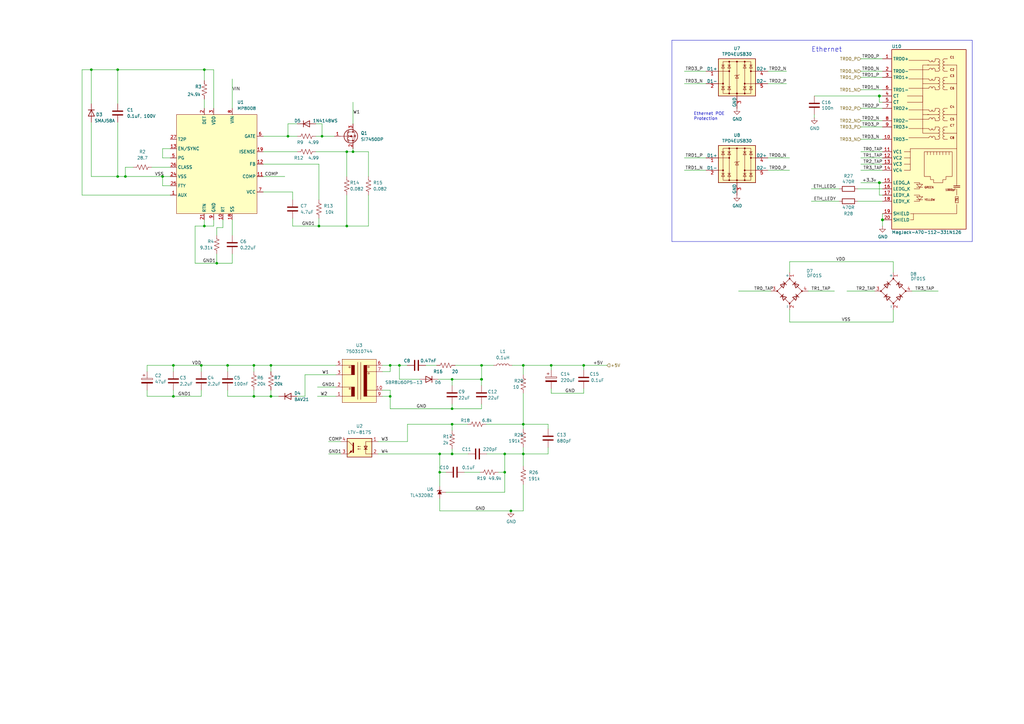
<source format=kicad_sch>
(kicad_sch (version 20211123) (generator eeschema)
  (paper "A3")
  (lib_symbols
    (symbol "CM4IO:MagJack-A70-112-331N126"
      (property "Reference" "U" (at 0 0 0))
      (property "Value" "MagJack-A70-112-331N126" (at 0 0 0))
      (symbol "MagJack-A70-112-331N126_1_1"
        (text "1000pF" (at 6.35 17.399 0) (effects (font (size 0.762 0.762))))
        (text "75" (at 8.89 13.335 900) (effects (font (size 0.762 0.762))))
        (text "C1" (at 6.985 71.755 0) (effects (font (size 0.889 0.889))))
        (text "C2" (at 6.985 66.675 0) (effects (font (size 0.889 0.889))))
        (text "C3" (at 6.985 64.135 0) (effects (font (size 0.889 0.889))))
        (text "C4" (at 6.985 51.435 0) (effects (font (size 0.889 0.889))))
        (text "C5" (at 6.985 46.355 0) (effects (font (size 0.889 0.889))))
        (text "C6" (at 6.985 59.055 0) (effects (font (size 0.889 0.889))))
        (text "C7" (at 6.985 43.815 0) (effects (font (size 0.889 0.889))))
        (text "C8" (at 6.985 38.735 0) (effects (font (size 0.889 0.889))))
        (text "GREEN" (at -4.445 18.415 0) (effects (font (size 0.762 0.762)) (justify left)))
        (text "YELLOW" (at -4.445 13.335 0) (effects (font (size 0.762 0.762)) (justify left)))
        (pin passive line (at -21.59 71.12 0) (length 3.81) (name "TRD0+") (number "1"))
        (pin passive line (at -21.59 38.1 0) (length 3.81) (name "TRD3-") (number "10"))
        (pin passive line (at -21.59 33.02 0) (length 3.81) (name "VC1") (number "11"))
        (pin passive line (at -21.59 30.48 0) (length 3.81) (name "VC2") (number "12"))
        (pin passive line (at -21.59 27.94 0) (length 3.81) (name "VC3") (number "13"))
        (pin passive line (at -21.59 25.4 0) (length 3.81) (name "VC4") (number "14"))
        (pin passive line (at -21.59 20.32 0) (length 3.81) (name "LEDG_A") (number "15"))
        (pin passive line (at -21.59 17.78 0) (length 3.81) (name "LEDG_K") (number "16"))
        (pin passive line (at -21.59 15.24 0) (length 3.81) (name "LEDY_A") (number "17"))
        (pin passive line (at -21.59 12.7 0) (length 3.81) (name "LEDY_K") (number "18"))
        (pin passive line (at -21.59 7.62 0) (length 3.81) (name "SHIELD") (number "19"))
        (pin passive line (at -21.59 66.04 0) (length 3.81) (name "TRD0-") (number "2"))
        (pin passive line (at -21.59 5.08 0) (length 3.81) (name "SHIELD") (number "20"))
        (pin passive line (at -21.59 63.5 0) (length 3.81) (name "TRD1+") (number "3"))
        (pin passive line (at -21.59 55.88 0) (length 3.81) (name "CT") (number "4"))
        (pin passive line (at -21.59 53.34 0) (length 3.81) (name "CT") (number "5"))
        (pin passive line (at -21.59 58.42 0) (length 3.81) (name "TRD1-") (number "6"))
        (pin passive line (at -21.59 50.8 0) (length 3.81) (name "TRD2+") (number "7"))
        (pin passive line (at -21.59 45.72 0) (length 3.81) (name "TRD2-") (number "8"))
        (pin passive line (at -21.59 43.18 0) (length 3.81) (name "TRD3+") (number "9"))
      )
    )
    (symbol "CM4IO:TPD4EUSB30" (pin_names (offset 0))
      (property "Reference" "U" (at -0.635 8.89 0))
      (property "Value" "TPD4EUSB30" (at 8.89 -10.16 0))
      (symbol "TPD4EUSB30_1_1"
        (pin passive line (at -12.7 2.54 0) (length 5.08) (name "D1+") (number "1"))
        (pin passive line (at -12.7 2.54 0) (length 5.08) hide (name "~") (number "10"))
        (pin passive line (at -12.7 -2.54 0) (length 5.08) (name "D1-") (number "2"))
        (pin power_in line (at 0 -12.7 90) (length 5.08) (name "GND") (number "3"))
        (pin passive line (at 12.7 2.54 180) (length 5.08) (name "D2+") (number "4"))
        (pin passive line (at 12.7 -2.54 180) (length 5.08) (name "D2-") (number "5"))
        (pin passive line (at 12.7 -2.54 180) (length 5.08) hide (name "~") (number "6"))
        (pin passive line (at 12.7 2.54 180) (length 5.08) hide (name "~") (number "7"))
        (pin passive line (at 0 -12.7 90) (length 5.08) hide (name "GND") (number "8"))
        (pin passive line (at -12.7 -2.54 0) (length 5.08) hide (name "~") (number "9"))
      )
    )
    (symbol "Device:C" (pin_numbers hide) (pin_names (offset 0.254))
      (property "Reference" "C" (at 0.635 2.54 0))
      (property "Value" "C" (at 0.635 -2.54 0))
      (symbol "C_1_1"
        (pin passive line (at 0 3.81 270) (length 2.794) (name "~") (number "1"))
        (pin passive line (at 0 -3.81 90) (length 2.794) (name "~") (number "2"))
      )
    )
    (symbol "Device:C_Polarized" (pin_numbers hide) (pin_names (offset 0.254))
      (property "Reference" "C" (at 0.635 2.54 0))
      (property "Value" "C_Polarized" (at 0.635 -2.54 0))
      (symbol "C_Polarized_1_1"
        (pin passive line (at 0 3.81 270) (length 2.794) (name "~") (number "1"))
        (pin passive line (at 0 -3.81 90) (length 2.794) (name "~") (number "2"))
      )
    )
    (symbol "Device:D" (pin_numbers hide) (pin_names (offset 1.016) hide)
      (property "Reference" "D" (at 0 2.54 0))
      (property "Value" "D" (at 0 -2.54 0))
      (symbol "D_1_1"
        (pin passive line (at -3.81 0 0) (length 2.54) (name "K") (number "1"))
        (pin passive line (at 3.81 0 180) (length 2.54) (name "A") (number "2"))
      )
    )
    (symbol "Device:D_Bridge_+-AA" (pin_names (offset 0))
      (property "Reference" "D" (at 2.54 6.985 0))
      (property "Value" "D_Bridge_+-AA" (at 2.54 5.08 0))
      (symbol "D_Bridge_+-AA_1_1"
        (pin passive line (at 7.62 0 180) (length 2.54) (name "+") (number "1"))
        (pin passive line (at -7.62 0 0) (length 2.54) (name "-") (number "2"))
        (pin passive line (at 0 7.62 270) (length 2.54) (name "~") (number "3"))
        (pin passive line (at 0 -7.62 90) (length 2.54) (name "~") (number "4"))
      )
    )
    (symbol "Device:L" (pin_numbers hide) (pin_names (offset 1.016) hide)
      (property "Reference" "L" (at -1.27 0 90))
      (property "Value" "L" (at 1.905 0 90))
      (symbol "L_1_1"
        (pin passive line (at 0 3.81 270) (length 1.27) (name "1") (number "1"))
        (pin passive line (at 0 -3.81 90) (length 1.27) (name "2") (number "2"))
      )
    )
    (symbol "Device:R" (pin_numbers hide) (pin_names (offset 0))
      (property "Reference" "R" (at 2.032 0 90))
      (property "Value" "R" (at 0 0 90))
      (symbol "R_1_1"
        (pin passive line (at 0 3.81 270) (length 1.27) (name "~") (number "1"))
        (pin passive line (at 0 -3.81 90) (length 1.27) (name "~") (number "2"))
      )
    )
    (symbol "Device:R_US" (pin_numbers hide) (pin_names (offset 0))
      (property "Reference" "R" (at 2.54 0 90))
      (property "Value" "R_US" (at -2.54 0 90))
      (symbol "R_US_1_1"
        (pin passive line (at 0 3.81 270) (length 1.27) (name "~") (number "1"))
        (pin passive line (at 0 -3.81 90) (length 1.27) (name "~") (number "2"))
      )
    )
    (symbol "Isolator:LTV-817S" (pin_names (offset 1.016))
      (property "Reference" "U" (at -3.81 5.08 0))
      (property "Value" "LTV-817S" (at 0 -5.08 0))
      (symbol "LTV-817S_1_1"
        (pin passive line (at -7.62 2.54 0) (length 2.54) (name "~") (number "1"))
        (pin passive line (at -7.62 -2.54 0) (length 2.54) (name "~") (number "2"))
        (pin passive line (at 7.62 -2.54 180) (length 2.54) (name "~") (number "3"))
        (pin passive line (at 7.62 2.54 180) (length 2.54) (name "~") (number "4"))
      )
    )
    (symbol "Reference_Voltage:TL432DBZ" (pin_numbers hide) (pin_names hide)
      (property "Reference" "U" (at -2.54 2.54 0))
      (property "Value" "TL432DBZ" (at 0 -2.54 0))
      (symbol "TL432DBZ_1_1"
        (pin passive line (at 0 2.54 270) (length 2.54) (name "REF") (number "1"))
        (pin passive line (at 2.54 0 180) (length 1.27) (name "K") (number "2"))
        (pin passive line (at -2.54 0 0) (length 1.27) (name "A") (number "3"))
      )
    )
    (symbol "Transistor_FET:DMN67D8L" (pin_names hide)
      (property "Reference" "Q" (at 5.08 1.905 0))
      (property "Value" "DMN67D8L" (at 5.08 0 0))
      (symbol "DMN67D8L_1_1"
        (pin input line (at -5.08 0 0) (length 2.54) (name "G") (number "1"))
        (pin passive line (at 2.54 -5.08 90) (length 2.54) (name "S") (number "2"))
        (pin passive line (at 2.54 5.08 270) (length 2.54) (name "D") (number "3"))
      )
    )
    (symbol "bitcart:750310744"
      (property "Reference" "U" (at 3.81 10.16 0))
      (property "Value" "750310744" (at -0.1778 -10.2362 0))
      (symbol "750310744_1_1"
        (pin input line (at -10.16 -6.35 0) (length 2.54) (name "") (number "1"))
        (pin input line (at 8.89 -3.81 180) (length 2.54) (name "") (number "10"))
        (pin input line (at -10.16 -2.54 0) (length 2.54) (name "") (number "2"))
        (pin input line (at -10.16 2.54 0) (length 2.54) (name "") (number "3"))
        (pin input line (at -10.16 6.35 0) (length 2.54) (name "") (number "5"))
        (pin input line (at 8.89 6.35 180) (length 2.54) (name "") (number "6"))
        (pin input line (at 8.89 3.81 180) (length 2.54) (name "") (number "7"))
        (pin input line (at 8.89 -6.35 180) (length 2.54) (name "") (number "9"))
      )
    )
    (symbol "bitcart:MP8008"
      (property "Reference" "U" (at 13.97 20.32 0))
      (property "Value" "MP8008" (at -11.43 20.32 0))
      (symbol "MP8008_1_1"
        (pin input line (at -17.78 -13.97 0) (length 2.54) (name "AUX") (number "1"))
        (pin input line (at 3.81 -24.13 90) (length 2.54) (name "RT") (number "10"))
        (pin input line (at 20.32 -6.35 180) (length 2.54) (name "COMP") (number "11"))
        (pin input line (at 20.32 -1.27 180) (length 2.54) (name "FB") (number "12"))
        (pin input line (at -17.78 5.08 0) (length 2.54) (name "EN/SYNC") (number "13"))
        (pin input line (at 7.62 -24.13 90) (length 2.54) (name "SS") (number "18"))
        (pin input line (at 20.32 3.81 180) (length 2.54) (name "ISENSE") (number "19"))
        (pin input line (at -3.81 21.59 270) (length 2.54) (name "DET") (number "2"))
        (pin input line (at -3.81 -24.13 90) (length 2.54) hide (name "RTN") (number "20"))
        (pin input line (at -3.81 -24.13 90) (length 2.54) (name "RTN") (number "21"))
        (pin input line (at -17.78 -6.35 0) (length 2.54) hide (name "VSS") (number "23"))
        (pin input line (at -17.78 -6.35 0) (length 2.54) (name "VSS") (number "24"))
        (pin input line (at -17.78 -10.16 0) (length 2.54) (name "FTY") (number "25"))
        (pin input line (at -17.78 -2.54 0) (length 2.54) (name "CLASS") (number "26"))
        (pin input line (at -17.78 8.89 0) (length 2.54) (name "T2P") (number "27"))
        (pin input line (at 0 21.59 270) (length 2.54) (name "VDD") (number "3"))
        (pin input line (at -17.78 1.27 0) (length 2.54) (name "PG") (number "5"))
        (pin input line (at 20.32 10.16 180) (length 2.54) (name "GATE") (number "6"))
        (pin input line (at 20.32 -12.7 180) (length 2.54) (name "VCC") (number "7"))
        (pin input line (at 7.62 21.59 270) (length 2.54) (name "VIN") (number "8"))
        (pin input line (at 0 -24.13 90) (length 2.54) (name "GND") (number "9"))
      )
    )
    (symbol "power:GND" (power) (pin_names (offset 0))
      (property "Value" "GND" (at 0 -3.81 0))
      (symbol "GND_1_1"
        (pin power_in line (at 0 0 270) (length 0) hide (name "GND") (number "1"))
      )
    )
  )
  (junction (at 130.81 92.71))
  (junction (at 185.42 155.575))
  (junction (at 209.55 209.55))
  (junction (at 214.63 149.86))
  (junction (at 214.63 186.182))
  (junction (at 71.12 162.56))
  (junction (at 185.42 186.182))
  (junction (at 37.465 28.575))
  (junction (at 180.34 186.182))
  (junction (at 361.95 90.17) (diameter 1.016))
  (junction (at 88.9 107.95))
  (junction (at 71.12 149.86))
  (junction (at 207.01 193.675))
  (junction (at 214.63 173.99))
  (junction (at 111.125 162.56))
  (junction (at 226.06 149.86))
  (junction (at 48.26 28.575))
  (junction (at 118.11 55.88))
  (junction (at 142.24 92.71))
  (junction (at 144.78 62.23))
  (junction (at 82.55 149.86))
  (junction (at 163.83 149.86))
  (junction (at 160.02 149.86))
  (junction (at 104.14 162.56))
  (junction (at 142.24 62.23))
  (junction (at 239.395 149.86))
  (junction (at 93.345 149.86))
  (junction (at 160.02 162.56))
  (junction (at 207.01 186.182))
  (junction (at 360.68 39.37) (diameter 1.016))
  (junction (at 185.42 173.99))
  (junction (at 51.435 72.39))
  (junction (at 66.675 72.39))
  (junction (at 104.14 149.86))
  (junction (at 111.125 149.86))
  (junction (at 360.68 74.93) (diameter 1.016))
  (junction (at 197.485 155.575))
  (junction (at 185.42 167.64))
  (junction (at 132.08 55.88))
  (junction (at 197.5104 149.86))
  (junction (at 83.82 28.575))
  (junction (at 83.82 92.71))
  (junction (at 197.5104 155.575))
  (junction (at 180.34 193.675))
  (junction (at 48.26 72.39))
  (wire (pts (xy 239.395 149.86) (xy 226.06 149.86)))
  (wire (pts (xy 82.55 149.86) (xy 82.55 152.4)))
  (wire (pts (xy 121.92 162.56) (xy 125.095 162.56)))
  (wire (pts (xy 82.55 160.02) (xy 82.55 162.56)))
  (wire (pts (xy 332.74 82.55) (xy 344.17 82.55)))
  (wire (pts (xy 226.06 149.86) (xy 214.63 149.86)))
  (wire (pts (xy 111.125 162.56) (xy 104.14 162.56)))
  (wire (pts (xy 239.395 159.385) (xy 239.395 161.29)))
  (wire (pts (xy 155.067 181.102) (xy 167.132 181.102)))
  (wire (pts (xy 130.81 92.71) (xy 120.015 92.71)))
  (wire (pts (xy 37.465 28.575) (xy 37.465 42.545)))
  (wire (pts (xy 87.63 28.575) (xy 83.82 28.575)))
  (wire (pts (xy 71.12 160.02) (xy 71.12 162.56)))
  (wire (pts (xy 351.79 82.55) (xy 361.95 82.55)))
  (wire (pts (xy 351.79 77.47) (xy 361.95 77.47)))
  (wire (pts (xy 160.02 149.86) (xy 163.83 149.86)))
  (wire (pts (xy 331.47 119.38) (xy 342.265 119.38)))
  (wire (pts (xy 214.63 209.55) (xy 209.55 209.55)))
  (wire (pts (xy 156.845 149.86) (xy 160.02 149.86)))
  (wire (pts (xy 71.12 162.56) (xy 60.325 162.56)))
  (wire (pts (xy 366.395 132.08) (xy 323.85 132.08)))
  (wire (pts (xy 172.085 155.575) (xy 163.83 155.575)))
  (wire (pts (xy 66.675 76.2) (xy 66.675 72.39)))
  (polyline (pts (xy 275.59 16.51) (xy 398.78 16.51)) (stroke (width 0) (type solid)))
  (wire (pts (xy 88.9 93.345) (xy 91.44 93.345)))
  (wire (pts (xy 104.14 149.86) (xy 111.125 149.86)))
  (wire (pts (xy 185.42 167.64) (xy 160.02 167.64)))
  (wire (pts (xy 118.11 50.8) (xy 121.92 50.8)))
  (wire (pts (xy 224.79 175.895) (xy 224.79 173.99)))
  (wire (pts (xy 129.54 50.8) (xy 132.08 50.8)))
  (wire (pts (xy 104.14 162.56) (xy 93.345 162.56)))
  (wire (pts (xy 214.63 173.99) (xy 214.63 175.895)))
  (wire (pts (xy 48.26 72.39) (xy 37.465 72.39)))
  (wire (pts (xy 151.13 62.23) (xy 144.78 62.23)))
  (wire (pts (xy 185.42 186.182) (xy 185.42 184.15)))
  (wire (pts (xy 226.06 149.86) (xy 226.06 151.765)))
  (wire (pts (xy 374.015 119.38) (xy 384.81 119.38)))
  (wire (pts (xy 185.42 173.99) (xy 185.42 176.53)))
  (wire (pts (xy 134.747 186.182) (xy 139.827 186.182)))
  (wire (pts (xy 51.435 72.39) (xy 48.26 72.39)))
  (wire (pts (xy 87.63 44.45) (xy 87.63 28.575)))
  (wire (pts (xy 186.69 149.86) (xy 197.5104 149.86)))
  (wire (pts (xy 88.9 107.95) (xy 80.01 107.95)))
  (wire (pts (xy 80.01 107.95) (xy 80.01 92.71)))
  (wire (pts (xy 197.485 155.575) (xy 197.485 158.115)))
  (wire (pts (xy 107.95 62.23) (xy 121.92 62.23)))
  (wire (pts (xy 95.25 104.14) (xy 95.25 107.95)))
  (wire (pts (xy 199.644 186.182) (xy 207.01 186.182)))
  (wire (pts (xy 33.655 28.575) (xy 37.465 28.575)))
  (wire (pts (xy 214.63 149.86) (xy 210.058 149.86)))
  (wire (pts (xy 104.14 160.02) (xy 104.14 162.56)))
  (wire (pts (xy 60.325 162.56) (xy 60.325 160.02)))
  (wire (pts (xy 142.24 62.23) (xy 129.54 62.23)))
  (wire (pts (xy 224.79 186.182) (xy 214.63 186.182)))
  (wire (pts (xy 167.132 173.99) (xy 185.42 173.99)))
  (wire (pts (xy 163.83 149.86) (xy 167.005 149.86)))
  (wire (pts (xy 156.845 152.4) (xy 160.02 152.4)))
  (wire (pts (xy 93.345 162.56) (xy 93.345 160.02)))
  (wire (pts (xy 130.175 158.75) (xy 137.795 158.75)))
  (wire (pts (xy 66.675 60.96) (xy 69.85 60.96)))
  (wire (pts (xy 214.63 198.755) (xy 214.63 209.55)))
  (wire (pts (xy 209.55 209.55) (xy 180.34 209.55)))
  (wire (pts (xy 353.06 31.75) (xy 361.95 31.75)))
  (wire (pts (xy 142.24 92.71) (xy 130.81 92.71)))
  (wire (pts (xy 142.24 62.23) (xy 142.24 72.39)))
  (wire (pts (xy 130.175 162.56) (xy 137.795 162.56)))
  (wire (pts (xy 107.95 78.74) (xy 120.015 78.74)))
  (wire (pts (xy 118.11 55.88) (xy 121.92 55.88)))
  (wire (pts (xy 179.705 155.575) (xy 185.42 155.575)))
  (wire (pts (xy 118.11 55.88) (xy 118.11 50.8)))
  (wire (pts (xy 353.06 74.93) (xy 360.68 74.93)))
  (wire (pts (xy 60.325 149.86) (xy 71.12 149.86)))
  (wire (pts (xy 314.96 34.29) (xy 322.58 34.29)))
  (wire (pts (xy 239.395 161.29) (xy 226.06 161.29)))
  (wire (pts (xy 224.79 173.99) (xy 214.63 173.99)))
  (wire (pts (xy 239.395 151.765) (xy 239.395 149.86)))
  (wire (pts (xy 353.06 69.85) (xy 361.95 69.85)))
  (wire (pts (xy 207.01 186.182) (xy 207.01 193.675)))
  (wire (pts (xy 214.63 186.182) (xy 214.63 191.135)))
  (wire (pts (xy 151.13 92.71) (xy 142.24 92.71)))
  (wire (pts (xy 314.96 64.77) (xy 323.85 64.77)))
  (wire (pts (xy 197.485 167.64) (xy 185.42 167.64)))
  (wire (pts (xy 132.08 50.8) (xy 132.08 55.88)))
  (wire (pts (xy 66.675 72.39) (xy 69.85 72.39)))
  (wire (pts (xy 353.06 57.15) (xy 361.95 57.15)))
  (wire (pts (xy 190.5 193.675) (xy 196.85 193.675)))
  (wire (pts (xy 361.95 80.01) (xy 360.68 80.01)))
  (polyline (pts (xy 275.59 99.06) (xy 275.59 16.51)) (stroke (width 0) (type solid)))
  (wire (pts (xy 185.42 186.182) (xy 180.34 186.182)))
  (wire (pts (xy 360.68 41.91) (xy 360.68 39.37)))
  (wire (pts (xy 353.06 24.13) (xy 361.95 24.13)))
  (wire (pts (xy 83.82 92.71) (xy 87.63 92.71)))
  (wire (pts (xy 62.23 68.58) (xy 69.85 68.58)))
  (wire (pts (xy 360.68 74.93) (xy 361.95 74.93)))
  (wire (pts (xy 111.125 160.02) (xy 111.125 162.56)))
  (wire (pts (xy 323.85 111.76) (xy 323.85 107.315)))
  (wire (pts (xy 48.26 50.165) (xy 48.26 72.39)))
  (wire (pts (xy 111.125 149.86) (xy 137.795 149.86)))
  (wire (pts (xy 144.78 41.91) (xy 144.78 50.8)))
  (wire (pts (xy 323.85 132.08) (xy 323.85 127)))
  (wire (pts (xy 280.67 29.21) (xy 289.56 29.21)))
  (wire (pts (xy 142.24 80.01) (xy 142.24 92.71)))
  (wire (pts (xy 107.95 55.88) (xy 118.11 55.88)))
  (wire (pts (xy 192.024 186.182) (xy 185.42 186.182)))
  (wire (pts (xy 66.675 64.77) (xy 66.675 60.96)))
  (wire (pts (xy 125.095 162.56) (xy 125.095 153.67)))
  (wire (pts (xy 82.55 149.86) (xy 93.345 149.86)))
  (wire (pts (xy 185.42 155.575) (xy 197.485 155.575)))
  (wire (pts (xy 125.095 153.67) (xy 137.795 153.67)))
  (wire (pts (xy 88.9 96.52) (xy 88.9 93.345)))
  (wire (pts (xy 71.12 149.86) (xy 82.55 149.86)))
  (wire (pts (xy 353.06 67.31) (xy 361.95 67.31)))
  (wire (pts (xy 37.465 72.39) (xy 37.465 50.165)))
  (wire (pts (xy 129.54 55.88) (xy 132.08 55.88)))
  (wire (pts (xy 185.42 173.99) (xy 191.77 173.99)))
  (wire (pts (xy 224.79 183.515) (xy 224.79 186.182)))
  (wire (pts (xy 82.55 162.56) (xy 71.12 162.56)))
  (wire (pts (xy 207.01 193.675) (xy 207.01 201.93)))
  (polyline (pts (xy 398.78 99.06) (xy 275.59 99.06)) (stroke (width 0) (type solid)))
  (wire (pts (xy 197.5104 149.86) (xy 197.5104 155.575)))
  (wire (pts (xy 174.625 149.86) (xy 179.07 149.86)))
  (wire (pts (xy 132.08 55.88) (xy 137.16 55.88)))
  (wire (pts (xy 114.3 162.56) (xy 111.125 162.56)))
  (wire (pts (xy 160.02 160.02) (xy 160.02 162.56)))
  (wire (pts (xy 83.82 28.575) (xy 83.82 33.02)))
  (wire (pts (xy 130.81 81.915) (xy 130.81 67.31)))
  (wire (pts (xy 366.395 107.315) (xy 366.395 111.76)))
  (wire (pts (xy 314.96 69.85) (xy 323.85 69.85)))
  (wire (pts (xy 155.067 186.182) (xy 180.34 186.182)))
  (wire (pts (xy 289.56 69.85) (xy 280.67 69.85)))
  (wire (pts (xy 239.395 149.86) (xy 248.92 149.86)))
  (wire (pts (xy 95.25 32.385) (xy 95.25 44.45)))
  (wire (pts (xy 91.44 93.345) (xy 91.44 90.17)))
  (wire (pts (xy 93.345 149.86) (xy 93.345 152.4)))
  (wire (pts (xy 151.13 80.01) (xy 151.13 92.71)))
  (wire (pts (xy 207.01 201.93) (xy 182.88 201.93)))
  (wire (pts (xy 347.345 119.38) (xy 358.775 119.38)))
  (wire (pts (xy 207.01 193.675) (xy 204.47 193.675)))
  (wire (pts (xy 280.67 34.29) (xy 289.56 34.29)))
  (wire (pts (xy 214.63 183.515) (xy 214.63 186.182)))
  (wire (pts (xy 214.63 161.29) (xy 214.63 173.99)))
  (wire (pts (xy 130.81 89.535) (xy 130.81 92.71)))
  (wire (pts (xy 83.82 90.17) (xy 83.82 92.71)))
  (wire (pts (xy 180.34 186.182) (xy 180.34 193.675)))
  (wire (pts (xy 144.78 60.96) (xy 144.78 62.23)))
  (polyline (pts (xy 398.78 16.51) (xy 398.78 99.06)) (stroke (width 0) (type solid)))
  (wire (pts (xy 199.39 173.99) (xy 214.63 173.99)))
  (wire (pts (xy 280.67 64.77) (xy 289.56 64.77)))
  (wire (pts (xy 361.95 41.91) (xy 360.68 41.91)))
  (wire (pts (xy 130.81 67.31) (xy 107.95 67.31)))
  (wire (pts (xy 353.06 44.45) (xy 361.95 44.45)))
  (wire (pts (xy 107.95 72.39) (xy 116.84 72.39)))
  (wire (pts (xy 353.06 29.21) (xy 361.95 29.21)))
  (wire (pts (xy 353.06 64.77) (xy 361.95 64.77)))
  (wire (pts (xy 314.96 29.21) (xy 322.58 29.21)))
  (wire (pts (xy 51.435 72.39) (xy 51.435 68.58)))
  (wire (pts (xy 185.42 167.64) (xy 185.42 165.735)))
  (wire (pts (xy 69.85 80.01) (xy 33.655 80.01)))
  (wire (pts (xy 180.34 193.675) (xy 182.88 193.675)))
  (wire (pts (xy 69.85 64.77) (xy 66.675 64.77)))
  (wire (pts (xy 197.485 165.735) (xy 197.485 167.64)))
  (wire (pts (xy 366.395 127) (xy 366.395 132.08)))
  (wire (pts (xy 163.83 155.575) (xy 163.83 149.86)))
  (wire (pts (xy 160.02 162.56) (xy 160.02 167.64)))
  (wire (pts (xy 197.5104 149.86) (xy 202.438 149.86)))
  (wire (pts (xy 71.12 149.86) (xy 71.12 152.4)))
  (wire (pts (xy 95.25 90.17) (xy 95.25 96.52)))
  (wire (pts (xy 302.895 119.38) (xy 316.23 119.38)))
  (wire (pts (xy 332.74 77.47) (xy 344.17 77.47)))
  (wire (pts (xy 156.845 160.02) (xy 160.02 160.02)))
  (wire (pts (xy 83.82 40.64) (xy 83.82 44.45)))
  (wire (pts (xy 48.26 28.575) (xy 48.26 42.545)))
  (wire (pts (xy 361.95 39.37) (xy 360.68 39.37)))
  (wire (pts (xy 361.95 90.17) (xy 361.95 92.71)))
  (wire (pts (xy 353.06 62.23) (xy 361.95 62.23)))
  (wire (pts (xy 160.02 152.4) (xy 160.02 149.86)))
  (wire (pts (xy 134.747 181.102) (xy 139.827 181.102)))
  (wire (pts (xy 207.01 186.182) (xy 214.63 186.182)))
  (wire (pts (xy 120.015 92.71) (xy 120.015 89.535)))
  (wire (pts (xy 48.26 28.575) (xy 37.465 28.575)))
  (wire (pts (xy 33.655 80.01) (xy 33.655 28.575)))
  (wire (pts (xy 87.63 92.71) (xy 87.63 90.17)))
  (wire (pts (xy 83.82 28.575) (xy 48.26 28.575)))
  (wire (pts (xy 51.435 68.58) (xy 54.61 68.58)))
  (wire (pts (xy 353.06 52.07) (xy 361.95 52.07)))
  (wire (pts (xy 95.25 107.95) (xy 88.9 107.95)))
  (wire (pts (xy 361.95 87.63) (xy 361.95 90.17)))
  (wire (pts (xy 80.01 92.71) (xy 83.82 92.71)))
  (wire (pts (xy 69.85 76.2) (xy 66.675 76.2)))
  (wire (pts (xy 51.435 72.39) (xy 66.675 72.39)))
  (wire (pts (xy 144.78 62.23) (xy 142.24 62.23)))
  (wire (pts (xy 93.345 149.86) (xy 104.14 149.86)))
  (wire (pts (xy 180.34 209.55) (xy 180.34 204.47)))
  (wire (pts (xy 180.34 193.675) (xy 180.34 199.39)))
  (wire (pts (xy 104.14 149.86) (xy 104.14 152.4)))
  (wire (pts (xy 111.125 149.86) (xy 111.125 152.4)))
  (wire (pts (xy 323.85 107.315) (xy 366.395 107.315)))
  (wire (pts (xy 151.13 72.39) (xy 151.13 62.23)))
  (wire (pts (xy 226.06 161.29) (xy 226.06 159.385)))
  (wire (pts (xy 88.9 104.14) (xy 88.9 107.95)))
  (wire (pts (xy 60.325 149.86) (xy 60.325 152.4)))
  (wire (pts (xy 353.06 36.83) (xy 361.95 36.83)))
  (wire (pts (xy 167.132 181.102) (xy 167.132 173.99)))
  (wire (pts (xy 360.68 80.01) (xy 360.68 74.93)))
  (wire (pts (xy 197.5104 155.575) (xy 197.485 155.575)))
  (wire (pts (xy 334.01 46.99) (xy 334.01 48.26)))
  (wire (pts (xy 156.845 162.56) (xy 160.02 162.56)))
  (wire (pts (xy 334.01 39.37) (xy 360.68 39.37)))
  (wire (pts (xy 185.42 155.575) (xy 185.42 158.115)))
  (wire (pts (xy 214.63 149.86) (xy 214.63 153.67)))
  (wire (pts (xy 353.06 49.53) (xy 361.95 49.53)))
  (wire (pts (xy 120.015 81.915) (xy 120.015 78.74)))
  (text "Ethernet POE\nProtection" (at 284.48 49.53 0) (effects (font (size 1.27 1.27)) (justify left bottom)))
  (text "Ethernet" (at 332.74 21.59 0) (effects (font (size 2.0066 2.0066)) (justify left bottom)))
  (label "GND" (at 231.775 161.29 0))
  (label "TRD2_P" (at 322.58 34.29 180))
  (label "TRD1_P" (at 288.29 64.77 180))
  (label "ETH_LEDY" (at 342.9 82.55 180))
  (label "TRD1_N" (at 360.68 36.83 180))
  (label "TRD1_N" (at 288.29 69.85 180))
  (label "GND1" (at 134.747 186.182 0))
  (label "TR1_TAP" (at 361.95 64.77 180))
  (label "GND" (at 194.945 209.55 0))
  (label "GND1" (at 83.185 107.95 0))
  (label "VDD" (at 78.74 149.86 0))
  (label "GND1" (at 73.025 162.56 0))
  (label "TRD0_N" (at 322.58 64.77 180))
  (label "VIN" (at 95.25 37.465 0))
  (label "W1" (at 132.08 153.67 0))
  (label "TR2_TAP" (at 351.155 119.38 0))
  (label "W2" (at 131.445 162.56 0))
  (label "TR3_TAP" (at 361.95 69.85 180))
  (label "TR0_TAP" (at 309.245 119.38 0))
  (label "TRD2_N" (at 322.58 29.21 180))
  (label "TR1_TAP" (at 332.74 119.38 0))
  (label "TRD3_N" (at 360.68 57.15 180))
  (label "TRD3_P" (at 288.29 29.21 180))
  (label "TRD0_N" (at 360.68 29.21 180))
  (label "TRD3_N" (at 288.29 34.29 180))
  (label "W4" (at 156.337 186.182 0))
  (label "TRD2_N" (at 360.68 49.53 180))
  (label "TR3_TAP" (at 375.285 119.38 0))
  (label "TRD0_P" (at 360.68 24.13 180))
  (label "TRD2_P" (at 360.68 44.45 180))
  (label "W3" (at 156.337 181.102 0))
  (label "VSS" (at 345.186 132.08 0))
  (label "TRD1_P" (at 360.68 31.75 180))
  (label "GND1" (at 132.08 158.75 0))
  (label "VSS" (at 63.5 72.39 0))
  (label "TR0_TAP" (at 361.95 62.23 180))
  (label "COMP" (at 108.585 72.39 0))
  (label "+5V" (at 243.205 149.86 0))
  (label "VDD" (at 342.9 107.315 0))
  (label "TR2_TAP" (at 361.95 67.31 180))
  (label "COMP" (at 134.747 181.102 0))
  (label "W1" (at 144.78 46.99 0))
  (label "GND" (at 170.815 167.64 0))
  (label "ETH_LEDG" (at 342.9 77.47 180))
  (label "TRD0_P" (at 322.58 69.85 180))
  (label "TRD3_P" (at 360.68 52.07 180))
  (label "+3.3v" (at 359.41 74.93 180))
  (label "GND1" (at 123.825 92.71 0))
  (hierarchical_label "TRD1_N" (shape input) (at 353.06 36.83 180))
  (hierarchical_label "TRD1_P" (shape input) (at 353.06 31.75 180))
  (hierarchical_label "TRD3_N" (shape input) (at 353.06 57.15 180))
  (hierarchical_label "TRD2_N" (shape input) (at 353.06 49.53 180))
  (hierarchical_label "+5V" (shape input) (at 248.92 149.86 0))
  (hierarchical_label "TRD3_P" (shape input) (at 353.06 52.07 180))
  (hierarchical_label "TRD0_N" (shape input) (at 353.06 29.21 180))
  (hierarchical_label "TRD0_P" (shape input) (at 353.06 24.13 180))
  (hierarchical_label "TRD2_P" (shape input) (at 353.06 44.45 180))
  (symbol (lib_id "Device:C") (at 48.26 46.355 0) (unit 1)
    (property "Reference" "C1" (at 52.07 45.0849 0) (effects (justify left)))
    (property "Value" "0.1uF, 100V" (at 52.07 47.6249 0) (effects (justify left)))
  )
  (symbol (lib_id "Device:R_US") (at 130.81 85.725 180) (unit 1)
    (property "Reference" "R13" (at 132.715 84.455 0) (effects (justify right)))
    (property "Value" "10k" (at 133.35 86.995 0) (effects (justify right)))
  )
  (symbol (lib_id "Device:R_US") (at 200.66 193.675 270) (unit 1)
    (property "Reference" "R19" (at 199.39 196.215 90) (effects (justify right)))
    (property "Value" "49.9k" (at 205.74 196.215 90) (effects (justify right)))
  )
  (symbol (lib_id "Device:D_Bridge_+-AA") (at 366.395 119.38 90) (unit 1)
    (property "Reference" "D8" (at 374.65 112.395 90))
    (property "Value" "DF01S" (at 376.555 114.3 90))
    (property "PARTNO" "DF01S" (effects hide))
  )
  (symbol (lib_id "Device:R_US") (at 214.63 179.705 180) (unit 1)
    (property "Reference" "R25" (at 210.82 178.435 0) (effects (justify right)))
    (property "Value" "191k" (at 208.534 180.848 0) (effects (justify right)))
  )
  (symbol (lib_id "Device:D_Bridge_+-AA") (at 323.85 119.38 90) (unit 1)
    (property "Reference" "D7" (at 332.105 111.125 90))
    (property "Value" "DF01S" (at 334.01 113.03 90))
    (property "PARTNO" "DF01S" (effects hide))
  )
  (symbol (lib_id "Transistor_FET:DMN67D8L") (at 142.24 55.88 0) (unit 1)
    (property "Reference" "Q1" (at 147.955 54.61 0) (effects (justify left)))
    (property "Value" "Si7450DP" (at 147.955 57.15 0) (effects (justify left)))
    (property "Footprint" "Package_TO_SOT_SMD:SOT-23" (effects hide))
    (property "Datasheet" "http://www.diodes.com/assets/Datasheets/DMN67D8L.pdf" (effects hide))
  )
  (symbol (lib_id "power:GND") (at 361.95 92.71 0) (unit 1)
    (property "Reference" "#PWR07" (effects hide))
    (property "Value" "GND" (at 362.077 97.1042 0))
  )
  (symbol (lib_id "Reference_Voltage:TL432DBZ") (at 180.34 201.93 270) (mirror x) (unit 1)
    (property "Reference" "U6" (at 177.8 200.6599 90) (effects (justify right)))
    (property "Value" "TL432DBZ" (at 177.8 203.1999 90) (effects (justify right)))
    (property "Footprint" "Package_TO_SOT_SMD:SOT-23" (effects hide))
    (property "Datasheet" "http://www.ti.com/lit/ds/symlink/tl431.pdf" (effects hide))
  )
  (symbol (lib_id "Device:C") (at 82.55 156.21 0) (unit 1)
    (property "Reference" "C4" (at 85.09 154.94 0) (effects (justify left)))
    (property "Value" "2.2uF" (at 85.09 157.48 0) (effects (justify left)))
  )
  (symbol (lib_id "Device:C") (at 239.395 155.575 0) (unit 1)
    (property "Reference" "C15" (at 241.808 153.416 0) (effects (justify left)))
    (property "Value" "0.1uF" (at 242.316 155.956 0) (effects (justify left)))
  )
  (symbol (lib_id "Device:C") (at 93.345 156.21 0) (unit 1)
    (property "Reference" "C5" (at 95.885 154.94 0) (effects (justify left)))
    (property "Value" "100nF" (at 95.885 157.48 0) (effects (justify left)))
  )
  (symbol (lib_id "Device:C") (at 71.12 156.21 0) (unit 1)
    (property "Reference" "C3" (at 73.66 154.94 0) (effects (justify left)))
    (property "Value" "2.2uF" (at 73.66 157.48 0) (effects (justify left)))
  )
  (symbol (lib_id "Device:C") (at 224.79 179.705 0) (unit 1)
    (property "Reference" "C13" (at 228.346 178.308 0) (effects (justify left)))
    (property "Value" "680pF" (at 228.346 180.848 0) (effects (justify left)))
  )
  (symbol (lib_id "Device:D") (at 118.11 162.56 0) (unit 1)
    (property "Reference" "D4" (at 120.65 161.29 0) (effects (justify left)))
    (property "Value" "BAV21" (at 120.65 163.83 0) (effects (justify left)))
  )
  (symbol (lib_id "Device:R_US") (at 214.63 157.48 180) (unit 1)
    (property "Reference" "R20" (at 210.82 156.21 0) (effects (justify right)))
    (property "Value" "10" (at 210.312 158.75 0) (effects (justify right)))
  )
  (symbol (lib_id "Device:R") (at 347.98 77.47 270) (unit 1)
    (property "Reference" "R27" (at 347.98 72.2122 90))
    (property "Value" "470R" (at 347.98 74.5236 90))
    (property "Footprint" "Resistor_SMD:R_0402_1005Metric" (effects hide))
    (property "Datasheet" "https://fscdn.rohm.com/en/products/databook/datasheet/passive/resistor/chip_resistor/mcr-e.pdf" (effects hide))
    (property "Field4" "Farnell" (effects hide))
    (property "Field5" "9239197" (effects hide))
    (property "Field7" "KOA EUROPE GMBH" (effects hide))
    (property "Field6" "RK73G1ETQTP4700D         " (effects hide))
    (property "Field8" "120887981" (effects hide))
    (property "Part Description" "Resistor 470R M1005 1% 63mW" (effects hide))
  )
  (symbol (lib_id "power:GND") (at 209.55 209.55 0) (unit 1)
    (property "Reference" "#PWR01" (effects hide))
    (property "Value" "GND" (at 209.677 213.9442 0))
  )
  (symbol (lib_id "power:GND") (at 334.01 48.26 0) (unit 1)
    (property "Reference" "#PWR06" (effects hide))
    (property "Value" "GND" (at 334.137 52.6542 0))
  )
  (symbol (lib_id "power:GND") (at 302.26 80.01 0) (unit 1)
    (property "Reference" "#PWR03" (effects hide))
    (property "Value" "GND" (at 302.387 84.4042 0))
  )
  (symbol (lib_id "Device:C") (at 197.485 161.925 0) (unit 1)
    (property "Reference" "C12" (at 200.025 160.655 0) (effects (justify left)))
    (property "Value" "22uF" (at 200.025 163.195 0) (effects (justify left)))
  )
  (symbol (lib_id "Device:C") (at 120.015 85.725 0) (unit 1)
    (property "Reference" "C7" (at 123.19 84.455 0) (effects (justify left)))
    (property "Value" "4.7uF" (at 123.19 86.995 0) (effects (justify left)))
  )
  (symbol (lib_id "Device:R_US") (at 214.63 194.945 180) (unit 1)
    (property "Reference" "R26" (at 216.916 193.802 0) (effects (justify right)))
    (property "Value" "191k" (at 216.662 196.342 0) (effects (justify right)))
  )
  (symbol (lib_id "bitcart:750310744") (at 147.955 156.21 0) (unit 1)
    (property "Reference" "U3" (at 147.32 141.605 0))
    (property "Value" "750310744" (at 147.32 144.145 0))
    (property "PARTNO" "750310744" (effects hide))
  )
  (symbol (lib_id "Device:R_US") (at 125.73 55.88 270) (unit 1)
    (property "Reference" "R9" (at 124.46 58.42 90) (effects (justify right)))
    (property "Value" "4.99" (at 130.81 58.42 90) (effects (justify right)))
  )
  (symbol (lib_id "Device:R_US") (at 195.58 173.99 270) (unit 1)
    (property "Reference" "R18" (at 192.786 172.466 90) (effects (justify right)))
    (property "Value" "6.8k" (at 201.93 172.466 90) (effects (justify right)))
  )
  (symbol (lib_id "Device:R_US") (at 125.73 62.23 270) (unit 1)
    (property "Reference" "R12" (at 124.46 64.77 90) (effects (justify right)))
    (property "Value" "4.99" (at 130.81 64.77 90) (effects (justify right)))
  )
  (symbol (lib_id "Device:R") (at 347.98 82.55 270) (unit 1)
    (property "Reference" "R28" (at 347.98 87.63 90))
    (property "Value" "470R" (at 347.98 85.09 90))
    (property "Footprint" "Resistor_SMD:R_0402_1005Metric" (effects hide))
    (property "Datasheet" "https://fscdn.rohm.com/en/products/databook/datasheet/passive/resistor/chip_resistor/mcr-e.pdf" (effects hide))
    (property "Field4" "Farnell" (effects hide))
    (property "Field5" "9239197" (effects hide))
    (property "Field7" "KOA EUROPE GMBH" (effects hide))
    (property "Field6" "RK73G1ETQTP4700D         " (effects hide))
    (property "Field8" "120887981" (effects hide))
    (property "Part Description" "Resistor 470R M1005 1% 63mW" (effects hide))
  )
  (symbol (lib_id "Device:D") (at 37.465 46.355 270) (unit 1)
    (property "Reference" "D3" (at 39.37 46.99 90) (effects (justify left)))
    (property "Value" "SMAJ58A" (at 38.735 49.53 90) (effects (justify left)))
  )
  (symbol (lib_id "Isolator:LTV-817S") (at 147.447 183.642 0) (mirror y) (unit 1)
    (property "Reference" "U2" (at 147.447 174.752 0))
    (property "Value" "LTV-817S" (at 147.447 177.292 0))
    (property "Footprint" "Package_DIP:SMDIP-4_W9.53mm" (effects hide))
    (property "Datasheet" "http://www.us.liteon.com/downloads/LTV-817-827-847.PDF" (effects hide))
  )
  (symbol (lib_id "Device:R_US") (at 58.42 68.58 90) (unit 1)
    (property "Reference" "R2" (at 58.42 62.23 90))
    (property "Value" "28.7" (at 58.42 64.77 90))
  )
  (symbol (lib_id "Device:R_US") (at 185.42 180.34 180) (unit 1)
    (property "Reference" "R17" (at 181.61 179.07 0) (effects (justify right)))
    (property "Value" "2k" (at 181.61 181.61 0) (effects (justify right)))
  )
  (symbol (lib_id "Device:R_US") (at 104.14 156.21 180) (unit 1)
    (property "Reference" "R6" (at 105.41 154.94 0) (effects (justify right)))
    (property "Value" "20k" (at 105.41 157.48 0) (effects (justify right)))
  )
  (symbol (lib_id "Device:C") (at 195.834 186.182 90) (unit 1)
    (property "Reference" "C11" (at 193.294 184.277 90) (effects (justify left)))
    (property "Value" "220pF" (at 204.089 184.277 90) (effects (justify left)))
  )
  (symbol (lib_id "power:GND") (at 302.26 44.45 0) (unit 1)
    (property "Reference" "#PWR02" (effects hide))
    (property "Value" "GND" (at 302.387 48.8442 0))
  )
  (symbol (lib_id "Device:C_Polarized") (at 60.325 156.21 0) (unit 1)
    (property "Reference" "C2" (at 63.5 154.0509 0) (effects (justify left)))
    (property "Value" "47uF" (at 63.5 156.5909 0) (effects (justify left)))
  )
  (symbol (lib_id "Device:R_US") (at 111.125 156.21 180) (unit 1)
    (property "Reference" "R7" (at 112.395 154.94 0) (effects (justify right)))
    (property "Value" "20k" (at 112.395 157.48 0) (effects (justify right)))
  )
  (symbol (lib_id "CM4IO:TPD4EUSB30") (at 302.26 67.31 0) (unit 1)
    (property "Reference" "U8" (at 302.26 55.4482 0))
    (property "Value" "TPD4EUSB30" (at 302.26 57.7596 0))
    (property "Footprint" "Package_SON:USON-10_2.5x1.0mm_P0.5mm" (effects hide))
    (property "Datasheet" "http://www.ti.com/lit/ds/symlink/tpd2eusb30a.pdf" (effects hide))
    (property "Field4" "Farnell" (effects hide))
    (property "Field5" "2335455" (effects hide))
    (property "Field6" "CDDFN10-3324P-13" (effects hide))
    (property "Field7" "Bourns" (effects hide))
    (property "Field8" "UDIO00346" (effects hide))
    (property "Part Description" "Quad TVS diode for high speed signals (USB3, GigE etc.)" (effects hide))
  )
  (symbol (lib_id "Device:R_US") (at 142.24 76.2 180) (unit 1)
    (property "Reference" "R14" (at 143.51 74.93 0) (effects (justify right)))
    (property "Value" "0.082" (at 143.51 77.47 0) (effects (justify right)))
  )
  (symbol (lib_id "Device:C_Polarized") (at 226.06 155.575 0) (unit 1)
    (property "Reference" "C14" (at 229.87 153.4159 0) (effects (justify left)))
    (property "Value" "220uF" (at 229.87 155.9559 0) (effects (justify left)))
  )
  (symbol (lib_id "Device:C") (at 186.69 193.675 90) (unit 1)
    (property "Reference" "C10" (at 184.15 191.77 90) (effects (justify left)))
    (property "Value" "0.1uF" (at 194.945 191.77 90) (effects (justify left)))
  )
  (symbol (lib_id "Device:D") (at 125.73 50.8 0) (unit 1)
    (property "Reference" "D5" (at 120.65 49.53 0) (effects (justify left)))
    (property "Value" "1N4148WS" (at 128.27 49.53 0) (effects (justify left)))
  )
  (symbol (lib_id "Device:R_US") (at 151.13 76.2 180) (unit 1)
    (property "Reference" "R15" (at 153.035 74.93 0) (effects (justify right)))
    (property "Value" "0.082" (at 153.035 77.47 0) (effects (justify right)))
  )
  (symbol (lib_id "Device:C") (at 170.815 149.86 90) (unit 1)
    (property "Reference" "C8" (at 168.275 147.955 90) (effects (justify left)))
    (property "Value" "0.47nF" (at 179.07 147.955 90) (effects (justify left)))
  )
  (symbol (lib_id "Device:R_US") (at 88.9 100.33 180) (unit 1)
    (property "Reference" "R4" (at 85.09 99.06 0) (effects (justify right)))
    (property "Value" "9.31k" (at 81.915 101.6 0) (effects (justify right)))
  )
  (symbol (lib_id "Device:R_US") (at 182.88 149.86 270) (unit 1)
    (property "Reference" "R16" (at 181.61 152.4 90) (effects (justify right)))
    (property "Value" "20" (at 187.96 152.4 90) (effects (justify right)))
  )
  (symbol (lib_id "Device:R_US") (at 83.82 36.83 180) (unit 1)
    (property "Reference" "R3" (at 80.01 35.56 0) (effects (justify right)))
    (property "Value" "24.9k" (at 76.835 38.735 0) (effects (justify right)))
  )
  (symbol (lib_id "Device:C") (at 185.42 161.925 0) (unit 1)
    (property "Reference" "C9" (at 187.96 160.655 0) (effects (justify left)))
    (property "Value" "22uF" (at 187.96 163.195 0) (effects (justify left)))
  )
  (symbol (lib_id "bitcart:MP8008") (at 87.63 66.04 0) (unit 1)
    (property "Reference" "U1" (at 97.2694 41.91 0) (effects (justify left)))
    (property "Value" "MP8008" (at 97.2694 44.45 0) (effects (justify left)))
    (property "PARTNO" "MP8008" (effects hide))
  )
  (symbol (lib_id "CM4IO:TPD4EUSB30") (at 302.26 31.75 0) (unit 1)
    (property "Reference" "U7" (at 302.26 19.8882 0))
    (property "Value" "TPD4EUSB30" (at 302.26 22.1996 0))
    (property "Footprint" "Package_SON:USON-10_2.5x1.0mm_P0.5mm" (effects hide))
    (property "Datasheet" "http://www.ti.com/lit/ds/symlink/tpd2eusb30a.pdf" (effects hide))
    (property "Field4" "Farnell" (effects hide))
    (property "Field5" "2335455" (effects hide))
    (property "Field6" "CDDFN10-3324P-13" (effects hide))
    (property "Field7" "Bourns" (effects hide))
    (property "Field8" "UDIO00346" (effects hide))
    (property "Part Description" "Quad TVS diode for high speed signals (USB3, GigE etc.)" (effects hide))
  )
  (symbol (lib_id "Device:L") (at 206.248 149.86 90) (unit 1)
    (property "Reference" "L1" (at 206.248 144.145 90))
    (property "Value" "0.1uH" (at 206.248 146.685 90))
  )
  (symbol (lib_id "CM4IO:MagJack-A70-112-331N126") (at 383.54 95.25 0) (unit 1)
    (property "Reference" "U10" (at 365.76 19.05 0) (effects (justify left)))
    (property "Value" "MagJack-A70-112-331N126" (at 365.76 95.25 0) (effects (justify left)))
    (property "Footprint" "CM4IO:TRJG0926HENL" (effects hide))
    (property "Datasheet" "https://p.globalsources.com/IMAGES/PDT/SPEC/690/K1160305690.pdf" (effects hide))
    (property "Field6" "TRJG0926HENL" (effects hide))
    (property "Field7" "Trxcon" (effects hide))
    (property "Field8" "UCON00900" (effects hide))
    (property "Part Description" "Gigabit Ethernet Magjack" (effects hide))
  )
  (symbol (lib_id "Device:C") (at 334.01 43.18 0) (unit 1)
    (property "Reference" "C16" (at 336.931 42.0116 0) (effects (justify left)))
    (property "Value" "100n" (at 336.931 44.323 0) (effects (justify left)))
    (property "Footprint" "Capacitor_SMD:C_0402_1005Metric" (effects hide))
    (property "Datasheet" "https://search.murata.co.jp/Ceramy/image/img/A01X/G101/ENG/GRM155R71C104KA88-01.pdf" (effects hide))
    (property "Field4" "Farnell" (effects hide))
    (property "Field5" "2611911" (effects hide))
    (property "Field6" "RM EMK105 B7104KV-F" (effects hide))
    (property "Field7" "TAIYO YUDEN EUROPE GMBH" (effects hide))
    (property "Part Description" "	0.1uF 10% 16V Ceramic Capacitor X7R 0402 (1005 Metric)" (effects hide))
    (property "Field8" "110091611" (effects hide))
  )
  (symbol (lib_id "Device:D") (at 175.895 155.575 180) (unit 1)
    (property "Reference" "D6" (at 180.975 156.845 0) (effects (justify left)))
    (property "Value" "SBR8U60P5-13" (at 173.355 156.845 0) (effects (justify left)))
  )
  (symbol (lib_id "Device:C") (at 95.25 100.33 0) (unit 1)
    (property "Reference" "C6" (at 98.425 99.06 0) (effects (justify left)))
    (property "Value" "0.22uF" (at 98.425 101.6 0) (effects (justify left)))
  )
)
</source>
